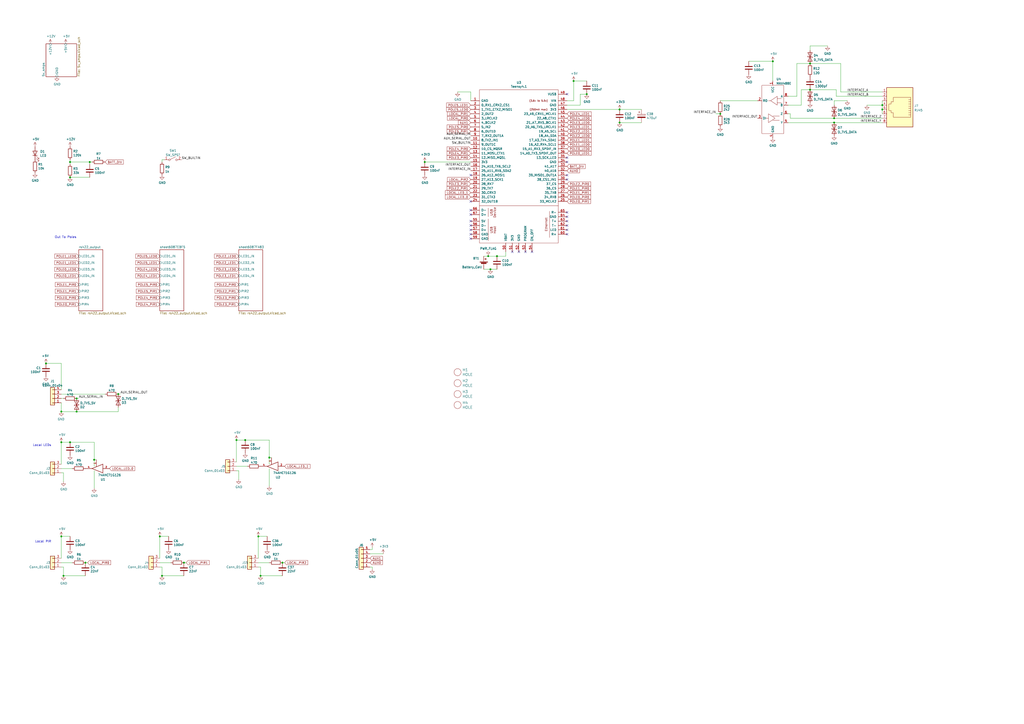
<source format=kicad_sch>
(kicad_sch (version 20230121) (generator eeschema)
  (paper "A2")
  (junction (at 163.83 326.39))
  (junction (at 359.41 71.12))
  (junction (at 469.9 52.07))
  (junction (at 68.58 228.6))
  (junction (at 44.45 231.14))
  (junction (at 483.87 68.58))
  (junction (at 511.81 63.5))
  (junction (at 288.29 148.59))
  (junction (at 483.87 71.12))
  (junction (at 156.21 265.43))
  (junction (at 40.64 102.87))
  (junction (at 93.98 334.01))
  (junction (at 511.81 60.96))
  (junction (at 359.41 63.5))
  (junction (at 40.64 93.98))
  (junction (at 54.61 266.7))
  (junction (at 52.07 93.98))
  (junction (at 448.31 35.56))
  (junction (at 44.45 238.76))
  (junction (at 149.86 311.15))
  (junction (at 35.56 311.15))
  (junction (at 246.38 93.98))
  (junction (at 35.56 256.54))
  (junction (at 151.13 334.01))
  (junction (at 36.83 334.01))
  (junction (at 340.36 54.61))
  (junction (at 49.53 326.39))
  (junction (at 106.68 326.39))
  (junction (at 92.71 311.15))
  (junction (at 332.74 46.99))
  (junction (at 35.56 238.76))
  (junction (at 283.21 148.59))
  (junction (at 40.64 256.54))
  (junction (at 284.48 156.21))
  (junction (at 137.16 255.27))
  (junction (at 26.67 210.82))
  (junction (at 142.24 255.27))
  (junction (at 417.83 66.04))
  (junction (at 469.9 36.83))
  (no_connect (at 273.05 121.92))
  (no_connect (at 328.93 130.81))
  (no_connect (at 328.93 101.6))
  (no_connect (at 328.93 91.44))
  (no_connect (at 273.05 124.46))
  (no_connect (at 273.05 116.84))
  (no_connect (at 328.93 125.73))
  (no_connect (at 328.93 135.89))
  (no_connect (at 273.05 135.89))
  (no_connect (at 328.93 93.98))
  (no_connect (at 300.99 146.05))
  (no_connect (at 273.05 138.43))
  (no_connect (at 273.05 133.35))
  (no_connect (at 328.93 104.14))
  (no_connect (at 328.93 128.27))
  (no_connect (at 308.61 146.05))
  (no_connect (at 273.05 128.27))
  (no_connect (at 273.05 101.6))
  (no_connect (at 328.93 54.61))
  (no_connect (at 328.93 123.19))
  (no_connect (at 273.05 130.81))
  (no_connect (at 297.18 146.05))
  (no_connect (at 328.93 133.35))
  (no_connect (at 304.8 146.05))
  (wire (pts (xy 284.48 156.21) (xy 288.29 156.21)))
  (wire (pts (xy 483.87 58.42) (xy 483.87 60.96)))
  (wire (pts (xy 40.64 256.54) (xy 35.56 256.54)))
  (wire (pts (xy 68.58 236.22) (xy 68.58 238.76)))
  (wire (pts (xy 511.81 60.96) (xy 511.81 63.5)))
  (wire (pts (xy 483.87 68.58) (xy 458.47 68.58)))
  (wire (pts (xy 511.81 68.58) (xy 483.87 68.58)))
  (wire (pts (xy 97.79 311.15) (xy 92.71 311.15)))
  (wire (pts (xy 156.21 281.94) (xy 156.21 271.78)))
  (wire (pts (xy 328.93 58.42) (xy 332.74 58.42)))
  (wire (pts (xy 50.8 326.39) (xy 49.53 326.39)))
  (wire (pts (xy 107.95 326.39) (xy 106.68 326.39)))
  (wire (pts (xy 40.64 93.98) (xy 40.64 95.25)))
  (wire (pts (xy 93.98 93.98) (xy 93.98 92.71)))
  (wire (pts (xy 293.37 146.05) (xy 293.37 148.59)))
  (wire (pts (xy 149.86 311.15) (xy 149.86 323.85)))
  (wire (pts (xy 156.21 255.27) (xy 156.21 265.43)))
  (wire (pts (xy 40.64 256.54) (xy 54.61 256.54)))
  (wire (pts (xy 142.24 255.27) (xy 156.21 255.27)))
  (wire (pts (xy 36.83 274.32) (xy 35.56 274.32)))
  (wire (pts (xy 35.56 326.39) (xy 41.91 326.39)))
  (wire (pts (xy 336.55 54.61) (xy 340.36 54.61)))
  (wire (pts (xy 458.47 66.04) (xy 457.2 66.04)))
  (wire (pts (xy 40.64 93.98) (xy 52.07 93.98)))
  (wire (pts (xy 485.14 55.88) (xy 511.81 55.88)))
  (wire (pts (xy 469.9 26.67) (xy 469.9 29.21)))
  (wire (pts (xy 340.36 46.99) (xy 332.74 46.99)))
  (wire (pts (xy 138.43 278.13) (xy 138.43 273.05)))
  (wire (pts (xy 68.58 228.6) (xy 69.85 228.6)))
  (wire (pts (xy 93.98 334.01) (xy 93.98 328.93)))
  (wire (pts (xy 448.31 35.56) (xy 448.31 46.99)))
  (wire (pts (xy 502.92 60.96) (xy 511.81 60.96)))
  (wire (pts (xy 154.94 311.15) (xy 149.86 311.15)))
  (wire (pts (xy 35.56 238.76) (xy 44.45 238.76)))
  (wire (pts (xy 157.48 265.43) (xy 156.21 265.43)))
  (wire (pts (xy 93.98 328.93) (xy 92.71 328.93)))
  (wire (pts (xy 151.13 328.93) (xy 149.86 328.93)))
  (wire (pts (xy 332.74 58.42) (xy 332.74 46.99)))
  (wire (pts (xy 469.9 36.83) (xy 487.68 36.83)))
  (wire (pts (xy 246.38 93.98) (xy 273.05 93.98)))
  (wire (pts (xy 328.93 60.96) (xy 336.55 60.96)))
  (wire (pts (xy 40.64 92.71) (xy 40.64 93.98)))
  (wire (pts (xy 40.64 102.87) (xy 52.07 102.87)))
  (wire (pts (xy 55.88 266.7) (xy 54.61 266.7)))
  (wire (pts (xy 40.64 311.15) (xy 35.56 311.15)))
  (wire (pts (xy 265.43 53.34) (xy 273.05 53.34)))
  (wire (pts (xy 149.86 326.39) (xy 156.21 326.39)))
  (wire (pts (xy 511.81 63.5) (xy 511.81 66.04)))
  (wire (pts (xy 469.9 52.07) (xy 485.14 52.07)))
  (wire (pts (xy 138.43 273.05) (xy 137.16 273.05)))
  (wire (pts (xy 151.13 334.01) (xy 163.83 334.01)))
  (wire (pts (xy 280.67 156.21) (xy 284.48 156.21)))
  (wire (pts (xy 215.9 318.77) (xy 214.63 318.77)))
  (wire (pts (xy 457.2 71.12) (xy 483.87 71.12)))
  (wire (pts (xy 156.21 265.43) (xy 156.21 269.24)))
  (wire (pts (xy 215.9 330.2) (xy 215.9 328.93)))
  (wire (pts (xy 54.61 283.21) (xy 54.61 273.05)))
  (wire (pts (xy 44.45 231.14) (xy 45.72 231.14)))
  (wire (pts (xy 35.56 256.54) (xy 35.56 269.24)))
  (wire (pts (xy 44.45 238.76) (xy 68.58 238.76)))
  (wire (pts (xy 480.06 26.67) (xy 469.9 26.67)))
  (wire (pts (xy 359.41 71.12) (xy 372.11 71.12)))
  (wire (pts (xy 35.56 233.68) (xy 35.56 238.76)))
  (wire (pts (xy 469.9 52.07) (xy 464.82 52.07)))
  (wire (pts (xy 35.56 311.15) (xy 35.56 323.85)))
  (wire (pts (xy 511.81 58.42) (xy 511.81 60.96)))
  (wire (pts (xy 137.16 255.27) (xy 137.16 267.97)))
  (wire (pts (xy 415.29 66.04) (xy 417.83 66.04)))
  (wire (pts (xy 462.28 36.83) (xy 469.9 36.83)))
  (wire (pts (xy 151.13 334.01) (xy 151.13 328.93)))
  (wire (pts (xy 165.1 326.39) (xy 163.83 326.39)))
  (wire (pts (xy 35.56 231.14) (xy 36.83 231.14)))
  (wire (pts (xy 92.71 311.15) (xy 92.71 323.85)))
  (wire (pts (xy 464.82 60.96) (xy 457.2 60.96)))
  (wire (pts (xy 458.47 68.58) (xy 458.47 66.04)))
  (wire (pts (xy 36.83 334.01) (xy 49.53 334.01)))
  (wire (pts (xy 54.61 266.7) (xy 54.61 270.51)))
  (wire (pts (xy 293.37 148.59) (xy 288.29 148.59)))
  (wire (pts (xy 92.71 326.39) (xy 99.06 326.39)))
  (wire (pts (xy 280.67 148.59) (xy 283.21 148.59)))
  (wire (pts (xy 35.56 210.82) (xy 35.56 226.06)))
  (wire (pts (xy 434.34 35.56) (xy 448.31 35.56)))
  (wire (pts (xy 52.07 93.98) (xy 53.34 93.98)))
  (wire (pts (xy 328.93 63.5) (xy 359.41 63.5)))
  (wire (pts (xy 273.05 53.34) (xy 273.05 58.42)))
  (wire (pts (xy 36.83 279.4) (xy 36.83 274.32)))
  (wire (pts (xy 336.55 60.96) (xy 336.55 54.61)))
  (wire (pts (xy 417.83 58.42) (xy 439.42 58.42)))
  (wire (pts (xy 36.83 328.93) (xy 35.56 328.93)))
  (wire (pts (xy 485.14 52.07) (xy 485.14 55.88)))
  (wire (pts (xy 462.28 55.88) (xy 462.28 36.83)))
  (wire (pts (xy 52.07 93.98) (xy 52.07 95.25)))
  (wire (pts (xy 222.25 321.31) (xy 214.63 321.31)))
  (wire (pts (xy 142.24 255.27) (xy 137.16 255.27)))
  (wire (pts (xy 35.56 228.6) (xy 60.96 228.6)))
  (wire (pts (xy 93.98 334.01) (xy 106.68 334.01)))
  (wire (pts (xy 511.81 53.34) (xy 487.68 53.34)))
  (wire (pts (xy 54.61 256.54) (xy 54.61 266.7)))
  (wire (pts (xy 215.9 328.93) (xy 214.63 328.93)))
  (wire (pts (xy 457.2 55.88) (xy 462.28 55.88)))
  (wire (pts (xy 464.82 52.07) (xy 464.82 60.96)))
  (wire (pts (xy 483.87 71.12) (xy 511.81 71.12)))
  (wire (pts (xy 359.41 63.5) (xy 372.11 63.5)))
  (wire (pts (xy 215.9 317.5) (xy 215.9 318.77)))
  (wire (pts (xy 26.67 210.82) (xy 35.56 210.82)))
  (wire (pts (xy 35.56 271.78) (xy 41.91 271.78)))
  (wire (pts (xy 137.16 270.51) (xy 143.51 270.51)))
  (wire (pts (xy 487.68 53.34) (xy 487.68 36.83)))
  (wire (pts (xy 93.98 92.71) (xy 95.25 92.71)))
  (wire (pts (xy 491.49 58.42) (xy 483.87 58.42)))
  (wire (pts (xy 36.83 334.01) (xy 36.83 328.93)))
  (wire (pts (xy 283.21 148.59) (xy 288.29 148.59)))
  (text "Local LEDs" (at 19.05 259.08 0) (effects (font (size 1.27 1.27)) (justify left bottom)))
  (text "Out To Poles" (at 31.75 138.43 0) (effects (font (size 1.27 1.27)) (justify left bottom)))
  (text "Local PIR" (at 20.32 314.96 0) (effects (font (size 1.27 1.27)) (justify left bottom)))
  (label "INTERFACE_Z" (at 499.11 68.58 0))
  (label "AUX_SERIAL_OUT" (at 273.05 81.28 180))
  (label "SW_BUILTIN" (at 105.41 92.71 0))
  (label "INTERFACE_OUT" (at 273.05 96.52 180))
  (label "AUX_SERIAL_IN" (at 273.05 78.74 180))
  (label "SW_BUILTIN" (at 273.05 83.82 180))
  (label "INTERFACE_OUT" (at 439.42 68.58 180))
  (label "INTERFACE_B" (at 491.49 55.88 0))
  (label "AUX_SERIAL_OUT" (at 69.85 228.6 0))
  (label "INTERFACE_IN" (at 273.05 99.06 180))
  (label "INTERFACE_Y" (at 499.11 71.12 0))
  (label "INTERFACE_IN" (at 415.29 66.04 180))
  (label "AUX_SERIAL_IN" (at 45.72 231.14 0))
  (label "INTERFACE_A" (at 491.49 53.34 0))
  (global_label "AUX0" (shape input) (at 328.93 99.06 0) (property "Intersheetrefs" "${INTERSHEET_REFS}" (effects hide)))
  (global_label "POLE5_PIR1" (shape input) (at 92.71 168.91 180) (property "Intersheetrefs" "${INTERSHEET_REFS}" (effects hide)))
  (global_label "POLE0_PIR0" (shape input) (at 45.72 172.72 180) (property "Intersheetrefs" "${INTERSHEET_REFS}" (effects hide)))
  (global_label "POLE3_PIR1" (shape input) (at 273.05 106.68 180) (property "Intersheetrefs" "${INTERSHEET_REFS}" (effects hide)))
  (global_label "AUX1" (shape input) (at 214.63 323.85 0) (property "Intersheetrefs" "${INTERSHEET_REFS}" (effects hide)))
  (global_label "POLE5_LED1" (shape input) (at 273.05 60.96 180) (property "Intersheetrefs" "${INTERSHEET_REFS}" (effects hide)))
  (global_label "POLE2_LED1" (shape input) (at 138.43 152.4 180) (property "Intersheetrefs" "${INTERSHEET_REFS}" (effects hide)))
  (global_label "POLE4_LED0" (shape input) (at 92.71 156.21 180) (property "Intersheetrefs" "${INTERSHEET_REFS}" (effects hide)))
  (global_label "POLE3_LED1" (shape input) (at 138.43 160.02 180) (property "Intersheetrefs" "${INTERSHEET_REFS}" (effects hide)))
  (global_label "POLE2_LED0" (shape input) (at 328.93 78.74 0) (property "Intersheetrefs" "${INTERSHEET_REFS}" (effects hide)))
  (global_label "POLE1_LED0" (shape input) (at 328.93 83.82 0) (property "Intersheetrefs" "${INTERSHEET_REFS}" (effects hide)))
  (global_label "POLE4_LED1" (shape input) (at 92.71 160.02 180) (property "Intersheetrefs" "${INTERSHEET_REFS}" (effects hide)))
  (global_label "POLE4_LED0" (shape input) (at 328.93 68.58 0) (property "Intersheetrefs" "${INTERSHEET_REFS}" (effects hide)))
  (global_label "POLE1_LED1" (shape input) (at 328.93 81.28 0) (property "Intersheetrefs" "${INTERSHEET_REFS}" (effects hide)))
  (global_label "LOCAL_PIR2" (shape input) (at 273.05 104.14 180) (property "Intersheetrefs" "${INTERSHEET_REFS}" (effects hide)))
  (global_label "POLE0_LED1" (shape input) (at 328.93 88.9 0) (property "Intersheetrefs" "${INTERSHEET_REFS}" (effects hide)))
  (global_label "POLE5_PIR1" (shape input) (at 273.05 76.2 180) (property "Intersheetrefs" "${INTERSHEET_REFS}" (effects hide)))
  (global_label "POLE5_LED1" (shape input) (at 92.71 152.4 180) (property "Intersheetrefs" "${INTERSHEET_REFS}" (effects hide)))
  (global_label "POLE3_PIR0" (shape input) (at 273.05 91.44 180) (property "Intersheetrefs" "${INTERSHEET_REFS}" (effects hide)))
  (global_label "POLE2_PIR0" (shape input) (at 328.93 106.68 0) (property "Intersheetrefs" "${INTERSHEET_REFS}" (effects hide)))
  (global_label "POLE1_LED0" (shape input) (at 45.72 148.59 180) (property "Intersheetrefs" "${INTERSHEET_REFS}" (effects hide)))
  (global_label "POLE4_LED1" (shape input) (at 328.93 66.04 0) (property "Intersheetrefs" "${INTERSHEET_REFS}" (effects hide)))
  (global_label "POLE1_LED1" (shape input) (at 45.72 152.4 180) (property "Intersheetrefs" "${INTERSHEET_REFS}" (effects hide)))
  (global_label "POLE2_PIR0" (shape input) (at 138.43 165.1 180) (property "Intersheetrefs" "${INTERSHEET_REFS}" (effects hide)))
  (global_label "LOCAL_PIR1" (shape input) (at 107.95 326.39 0) (property "Intersheetrefs" "${INTERSHEET_REFS}" (effects hide)))
  (global_label "POLE0_LED1" (shape input) (at 45.72 160.02 180) (property "Intersheetrefs" "${INTERSHEET_REFS}" (effects hide)))
  (global_label "POLE1_PIR1" (shape input) (at 45.72 168.91 180) (property "Intersheetrefs" "${INTERSHEET_REFS}" (effects hide)))
  (global_label "POLE4_PIR0" (shape input) (at 273.05 86.36 180) (property "Intersheetrefs" "${INTERSHEET_REFS}" (effects hide)))
  (global_label "POLE0_PIR0" (shape input) (at 328.93 114.3 0) (property "Intersheetrefs" "${INTERSHEET_REFS}" (effects hide)))
  (global_label "LOCAL_LED_1" (shape input) (at 273.05 111.76 180) (property "Intersheetrefs" "${INTERSHEET_REFS}" (effects hide)))
  (global_label "POLE0_PIR1" (shape input) (at 45.72 176.53 180) (property "Intersheetrefs" "${INTERSHEET_REFS}" (effects hide)))
  (global_label "POLE4_PIR0" (shape input) (at 92.71 172.72 180) (property "Intersheetrefs" "${INTERSHEET_REFS}" (effects hide)))
  (global_label "POLE4_PIR1" (shape input) (at 92.71 176.53 180) (property "Intersheetrefs" "${INTERSHEET_REFS}" (effects hide)))
  (global_label "POLE1_PIR1" (shape input) (at 328.93 111.76 0) (property "Intersheetrefs" "${INTERSHEET_REFS}" (effects hide)))
  (global_label "POLE2_LED1" (shape input) (at 328.93 76.2 0) (property "Intersheetrefs" "${INTERSHEET_REFS}" (effects hide)))
  (global_label "LOCAL_PIR0" (shape input) (at 50.8 326.39 0) (property "Intersheetrefs" "${INTERSHEET_REFS}" (effects hide)))
  (global_label "AUX1" (shape input) (at 273.05 71.12 180) (property "Intersheetrefs" "${INTERSHEET_REFS}" (effects hide)))
  (global_label "POLE1_PIR0" (shape input) (at 328.93 109.22 0) (property "Intersheetrefs" "${INTERSHEET_REFS}" (effects hide)))
  (global_label "POLE5_PIR0" (shape input) (at 92.71 165.1 180) (property "Intersheetrefs" "${INTERSHEET_REFS}" (effects hide)))
  (global_label "LOCAL_PIR1" (shape input) (at 273.05 66.04 180) (property "Intersheetrefs" "${INTERSHEET_REFS}" (effects hide)))
  (global_label "BATT_DIV" (shape input) (at 328.93 96.52 0) (property "Intersheetrefs" "${INTERSHEET_REFS}" (effects hide)))
  (global_label "POLE0_PIR1" (shape input) (at 328.93 116.84 0) (property "Intersheetrefs" "${INTERSHEET_REFS}" (effects hide)))
  (global_label "POLE3_PIR0" (shape input) (at 138.43 172.72 180) (property "Intersheetrefs" "${INTERSHEET_REFS}" (effects hide)))
  (global_label "POLE0_LED0" (shape input) (at 45.72 156.21 180) (property "Intersheetrefs" "${INTERSHEET_REFS}" (effects hide)))
  (global_label "BATT_DIV" (shape input) (at 60.96 93.98 0) (property "Intersheetrefs" "${INTERSHEET_REFS}" (effects hide)))
  (global_label "LOCAL_PIR2" (shape input) (at 165.1 326.39 0) (property "Intersheetrefs" "${INTERSHEET_REFS}" (effects hide)))
  (global_label "POLE5_PIR0" (shape input) (at 273.05 73.66 180) (property "Intersheetrefs" "${INTERSHEET_REFS}" (effects hide)))
  (global_label "LOCAL_PIR0" (shape input) (at 273.05 68.58 180) (property "Intersheetrefs" "${INTERSHEET_REFS}" (effects hide)))
  (global_label "LOCAL_LED_0" (shape input) (at 63.5 271.78 0) (property "Intersheetrefs" "${INTERSHEET_REFS}" (effects hide)))
  (global_label "POLE3_LED1" (shape input) (at 328.93 73.66 0) (property "Intersheetrefs" "${INTERSHEET_REFS}" (effects hide)))
  (global_label "POLE2_PIR1" (shape input) (at 273.05 109.22 180) (property "Intersheetrefs" "${INTERSHEET_REFS}" (effects hide)))
  (global_label "POLE2_PIR1" (shape input) (at 138.43 168.91 180) (property "Intersheetrefs" "${INTERSHEET_REFS}" (effects hide)))
  (global_label "POLE5_LED0" (shape input) (at 273.05 63.5 180) (property "Intersheetrefs" "${INTERSHEET_REFS}" (effects hide)))
  (global_label "POLE0_LED0" (shape input) (at 328.93 86.36 0) (property "Intersheetrefs" "${INTERSHEET_REFS}" (effects hide)))
  (global_label "LOCAL_LED_1" (shape input) (at 165.1 270.51 0) (property "Intersheetrefs" "${INTERSHEET_REFS}" (effects hide)))
  (global_label "LOCAL_LED_0" (shape input) (at 273.05 114.3 180) (property "Intersheetrefs" "${INTERSHEET_REFS}" (effects hide)))
  (global_label "POLE3_LED0" (shape input) (at 138.43 156.21 180) (property "Intersheetrefs" "${INTERSHEET_REFS}" (effects hide)))
  (global_label "POLE5_LED0" (shape input) (at 92.71 148.59 180) (property "Intersheetrefs" "${INTERSHEET_REFS}" (effects hide)))
  (global_label "AUX0" (shape input) (at 214.63 326.39 0) (property "Intersheetrefs" "${INTERSHEET_REFS}" (effects hide)))
  (global_label "POLE3_LED0" (shape input) (at 328.93 71.12 0) (property "Intersheetrefs" "${INTERSHEET_REFS}" (effects hide)))
  (global_label "POLE4_PIR1" (shape input) (at 273.05 88.9 180) (property "Intersheetrefs" "${INTERSHEET_REFS}" (effects hide)))
  (global_label "POLE3_PIR1" (shape input) (at 138.43 176.53 180) (property "Intersheetrefs" "${INTERSHEET_REFS}" (effects hide)))
  (global_label "POLE2_LED0" (shape input) (at 138.43 148.59 180) (property "Intersheetrefs" "${INTERSHEET_REFS}" (effects hide)))
  (global_label "POLE1_PIR0" (shape input) (at 45.72 165.1 180) (property "Intersheetrefs" "${INTERSHEET_REFS}" (effects hide)))
  (symbol (lib_id "power:+5V") (at 20.32 85.09 0) (unit 1)
    (property "Reference" "#PWR01" (effects hide))
    (property "Value" "+5V" (at 20.701 80.6958 0))
  )
  (symbol (lib_id "Device:LED") (at 20.32 88.9 90) (unit 1)
    (property "Reference" "D1" (at 23.2918 87.9094 90) (effects (justify right)))
    (property "Value" "LED" (at 23.2918 90.2208 90) (effects (justify right)))
    (property "Footprint" "LED_SMD:LED_0603_1608Metric" (effects hide))
    (property "MPN" "150060RS75000" (effects hide))
    (property "LCSC" "C2286" (effects hide))
  )
  (symbol (lib_id "Device:R") (at 20.32 96.52 0) (unit 1)
    (property "Reference" "R1" (at 22.098 95.3516 0) (effects (justify left)))
    (property "Value" "10k" (at 22.098 97.663 0) (effects (justify left)))
    (property "Footprint" "Resistor_SMD:R_0603_1608Metric" (effects hide))
    (property "LCSC" "C25804" (effects hide))
  )
  (symbol (lib_id "power:GND") (at 20.32 100.33 0) (unit 1)
    (property "Reference" "#PWR02" (effects hide))
    (property "Value" "GND" (at 20.447 104.7242 0))
  )
  (symbol (lib_id "power:+5V") (at 332.74 46.99 0) (unit 1)
    (property "Reference" "#PWR033" (effects hide))
    (property "Value" "+5V" (at 333.121 42.5958 0))
  )
  (symbol (lib_id "power:GND") (at 340.36 54.61 0) (unit 1)
    (property "Reference" "#PWR034" (effects hide))
    (property "Value" "GND" (at 340.487 59.0042 0))
  )
  (symbol (lib_id "colordance-brain-rescue:Teensy4.1-teensy_library") (at 300.99 113.03 0) (unit 1)
    (property "Reference" "U3" (at 300.99 47.879 0))
    (property "Value" "Teensy4.1" (at 300.99 50.1904 0))
    (property "Footprint" "Homebrew:Teensy41_stripped" (effects hide))
    (property "MPN" "PPPC241LFBN-RC" (effects hide))
  )
  (symbol (lib_id "power:GND") (at 265.43 53.34 0) (unit 1)
    (property "Reference" "#PWR031" (effects hide))
    (property "Value" "GND" (at 265.557 57.7342 0))
  )
  (symbol (lib_id "Device:C") (at 340.36 50.8 0) (unit 1)
    (property "Reference" "C11" (at 343.281 49.6316 0) (effects (justify left)))
    (property "Value" "100nF" (at 343.281 51.943 0) (effects (justify left)))
    (property "Footprint" "Capacitor_SMD:C_0402_1005Metric" (effects hide))
    (property "LCSC" "C307331" (effects hide))
  )
  (symbol (lib_id "Device:R") (at 40.64 88.9 0) (unit 1)
    (property "Reference" "R2" (at 42.418 87.7316 0) (effects (justify left)))
    (property "Value" "120k" (at 42.418 90.043 0) (effects (justify left)))
    (property "Footprint" "Resistor_SMD:R_0603_1608Metric" (effects hide))
    (property "MPN" "RG2012P-125-B-T5" (effects hide))
    (property "LCSC" "C25808" (effects hide))
  )
  (symbol (lib_id "Device:R") (at 40.64 99.06 0) (unit 1)
    (property "Reference" "R3" (at 42.418 97.8916 0) (effects (justify left)))
    (property "Value" "33k" (at 42.418 100.203 0) (effects (justify left)))
    (property "Footprint" "Resistor_SMD:R_0603_1608Metric" (effects hide))
    (property "MPN" "RT0603BRD07330KL" (effects hide))
    (property "LCSC" "C4216" (effects hide))
  )
  (symbol (lib_id "power:GND") (at 40.64 102.87 0) (unit 1)
    (property "Reference" "#PWR014" (effects hide))
    (property "Value" "GND" (at 40.767 107.2642 0))
  )
  (symbol (lib_id "power:+12V") (at 40.64 85.09 0) (unit 1)
    (property "Reference" "#PWR013" (effects hide))
    (property "Value" "+12V" (at 41.021 80.6958 0))
  )
  (symbol (lib_id "power:GND") (at 215.9 330.2 0) (unit 1)
    (property "Reference" "#PWR027" (effects hide))
    (property "Value" "GND" (at 216.027 334.5942 0))
  )
  (symbol (lib_id "Connector_Generic:Conn_01x05") (at 209.55 323.85 180) (unit 1)
    (property "Reference" "J6" (at 209.55 316.23 0))
    (property "Value" "Conn_01x05" (at 207.01 323.85 90))
    (property "Footprint" "Connector_PinHeader_2.54mm:PinHeader_1x05_P2.54mm_Horizontal" (effects hide))
  )
  (symbol (lib_id "power:+3V3") (at 359.41 63.5 0) (unit 1)
    (property "Reference" "#PWR035" (effects hide))
    (property "Value" "+3V3" (at 359.791 59.1058 0))
  )
  (symbol (lib_id "Device:C") (at 359.41 67.31 0) (unit 1)
    (property "Reference" "C12" (at 362.331 66.1416 0) (effects (justify left)))
    (property "Value" "100nF" (at 362.331 68.453 0) (effects (justify left)))
    (property "Footprint" "Capacitor_SMD:C_0402_1005Metric" (effects hide))
    (property "LCSC" "C307331" (effects hide))
  )
  (symbol (lib_id "power:GND") (at 359.41 71.12 0) (unit 1)
    (property "Reference" "#PWR036" (effects hide))
    (property "Value" "GND" (at 359.537 75.5142 0))
  )
  (symbol (lib_id "Device:Battery_Cell") (at 280.67 153.67 0) (unit 1)
    (property "Reference" "BT1" (at 274.32 149.86 0) (effects (justify left)))
    (property "Value" "Battery_Cell" (at 267.97 154.94 0) (effects (justify left)))
    (property "Footprint" "Battery:BatteryHolder_Keystone_3034_1x20mm" (effects hide))
    (property "MPN" "3034" (effects hide))
  )
  (symbol (lib_id "Device:C") (at 288.29 152.4 0) (unit 1)
    (property "Reference" "C10" (at 291.211 151.2316 0) (effects (justify left)))
    (property "Value" "100nF" (at 291.211 153.543 0) (effects (justify left)))
    (property "Footprint" "Capacitor_SMD:C_0402_1005Metric" (effects hide))
    (property "LCSC" "C307331" (effects hide))
  )
  (symbol (lib_id "power:GND") (at 284.48 156.21 0) (unit 1)
    (property "Reference" "#PWR032" (effects hide))
    (property "Value" "GND" (at 284.607 160.6042 0))
  )
  (symbol (lib_id "Connector_Generic:Conn_01x03") (at 30.48 271.78 180) (unit 1)
    (property "Reference" "J2" (at 27.94 271.78 0))
    (property "Value" "Conn_01x03" (at 22.86 274.32 0))
    (property "Footprint" "Connector_PinHeader_2.54mm:PinHeader_1x03_P2.54mm_Horizontal" (effects hide))
    (property "MPN" "78208-103HLF" (effects hide))
  )
  (symbol (lib_id "power:GND") (at 36.83 279.4 0) (unit 1)
    (property "Reference" "#PWR010" (effects hide))
    (property "Value" "GND" (at 36.957 283.7942 0))
  )
  (symbol (lib_id "power:+5V") (at 215.9 317.5 0) (unit 1)
    (property "Reference" "#PWR026" (effects hide))
    (property "Value" "+5V" (at 216.281 313.1058 0))
  )
  (symbol (lib_id "power:+3V3") (at 222.25 321.31 0) (unit 1)
    (property "Reference" "#PWR028" (effects hide))
    (property "Value" "+3V3" (at 222.631 316.9158 0))
  )
  (symbol (lib_id "Connector_Generic:Conn_01x03") (at 132.08 270.51 180) (unit 1)
    (property "Reference" "J5" (at 129.54 270.51 0))
    (property "Value" "Conn_01x03" (at 124.46 273.05 0))
    (property "Footprint" "Connector_PinHeader_2.54mm:PinHeader_1x03_P2.54mm_Horizontal" (effects hide))
    (property "MPN" "78208-103HLF" (effects hide))
  )
  (symbol (lib_id "Connector_Generic:Conn_01x03") (at 30.48 326.39 180) (unit 1)
    (property "Reference" "J3" (at 27.94 326.39 0))
    (property "Value" "Conn_01x03" (at 22.86 328.93 0))
    (property "Footprint" "Connector_PinHeader_2.54mm:PinHeader_1x03_P2.54mm_Horizontal" (effects hide))
    (property "MPN" "78208-103HLF" (effects hide))
  )
  (symbol (lib_id "Connector_Generic:Conn_01x03") (at 87.63 326.39 180) (unit 1)
    (property "Reference" "J4" (at 85.09 326.39 0))
    (property "Value" "Conn_01x03" (at 80.01 328.93 0))
    (property "Footprint" "Connector_PinHeader_2.54mm:PinHeader_1x03_P2.54mm_Horizontal" (effects hide))
    (property "MPN" "78208-103HLF" (effects hide))
  )
  (symbol (lib_id "power:+5V") (at 35.56 256.54 0) (unit 1)
    (property "Reference" "#PWR08" (effects hide))
    (property "Value" "+5V" (at 35.941 252.1458 0))
  )
  (symbol (lib_id "Device:C") (at 40.64 260.35 0) (unit 1)
    (property "Reference" "C2" (at 43.561 259.1816 0) (effects (justify left)))
    (property "Value" "100nF" (at 43.561 261.493 0) (effects (justify left)))
    (property "Footprint" "Capacitor_SMD:C_0402_1005Metric" (effects hide))
    (property "LCSC" "C307331" (effects hide))
  )
  (symbol (lib_id "power:GND") (at 40.64 264.16 0) (unit 1)
    (property "Reference" "#PWR015" (effects hide))
    (property "Value" "GND" (at 40.767 268.5542 0))
  )
  (symbol (lib_id "power:GND") (at 138.43 278.13 0) (unit 1)
    (property "Reference" "#PWR023" (effects hide))
    (property "Value" "GND" (at 138.557 282.5242 0))
  )
  (symbol (lib_id "power:+5V") (at 137.16 255.27 0) (unit 1)
    (property "Reference" "#PWR022" (effects hide))
    (property "Value" "+5V" (at 137.541 250.8758 0))
  )
  (symbol (lib_id "Device:C") (at 142.24 259.08 0) (unit 1)
    (property "Reference" "C8" (at 145.161 257.9116 0) (effects (justify left)))
    (property "Value" "100nF" (at 145.161 260.223 0) (effects (justify left)))
    (property "Footprint" "Capacitor_SMD:C_0402_1005Metric" (effects hide))
    (property "LCSC" "C307331" (effects hide))
  )
  (symbol (lib_id "power:GND") (at 142.24 262.89 0) (unit 1)
    (property "Reference" "#PWR024" (effects hide))
    (property "Value" "GND" (at 142.367 267.2842 0))
  )
  (symbol (lib_id "Homebrew:HOLE") (at 265.43 215.9 0) (unit 1)
    (property "Reference" "H1" (at 268.1986 214.5538 0) (effects (font (size 1.524 1.524)) (justify left)))
    (property "Value" "HOLE" (at 268.1986 217.2462 0) (effects (font (size 1.524 1.524)) (justify left)))
    (property "Footprint" "Homebrew:HOLE_5MM_#8" (effects hide))
  )
  (symbol (lib_id "Homebrew:HOLE") (at 265.43 222.25 0) (unit 1)
    (property "Reference" "H2" (at 268.1986 220.9038 0) (effects (font (size 1.524 1.524)) (justify left)))
    (property "Value" "HOLE" (at 268.1986 223.5962 0) (effects (font (size 1.524 1.524)) (justify left)))
    (property "Footprint" "Homebrew:HOLE_5MM_#8" (effects hide))
  )
  (symbol (lib_id "Homebrew:HOLE") (at 265.43 228.6 0) (unit 1)
    (property "Reference" "H3" (at 268.1986 227.2538 0) (effects (font (size 1.524 1.524)) (justify left)))
    (property "Value" "HOLE" (at 268.1986 229.9462 0) (effects (font (size 1.524 1.524)) (justify left)))
    (property "Footprint" "Homebrew:HOLE_5MM_#8" (effects hide))
  )
  (symbol (lib_id "Homebrew:HOLE") (at 265.43 234.95 0) (unit 1)
    (property "Reference" "H4" (at 268.1986 233.6038 0) (effects (font (size 1.524 1.524)) (justify left)))
    (property "Value" "HOLE" (at 268.1986 236.2962 0) (effects (font (size 1.524 1.524)) (justify left)))
    (property "Footprint" "Homebrew:HOLE_5MM_#8" (effects hide))
  )
  (symbol (lib_id "power:GND") (at 36.83 334.01 0) (unit 1)
    (property "Reference" "#PWR011" (effects hide))
    (property "Value" "GND" (at 36.957 338.4042 0))
  )
  (symbol (lib_id "power:+5V") (at 35.56 311.15 0) (unit 1)
    (property "Reference" "#PWR09" (effects hide))
    (property "Value" "+5V" (at 35.941 306.7558 0))
  )
  (symbol (lib_id "Device:C") (at 40.64 314.96 0) (unit 1)
    (property "Reference" "C3" (at 43.561 313.7916 0) (effects (justify left)))
    (property "Value" "100nF" (at 43.561 316.103 0) (effects (justify left)))
    (property "Footprint" "Capacitor_SMD:C_0402_1005Metric" (effects hide))
    (property "LCSC" "C307331" (effects hide))
  )
  (symbol (lib_id "power:GND") (at 40.64 318.77 0) (unit 1)
    (property "Reference" "#PWR016" (effects hide))
    (property "Value" "GND" (at 40.767 323.1642 0))
  )
  (symbol (lib_id "power:GND") (at 93.98 334.01 0) (unit 1)
    (property "Reference" "#PWR020" (effects hide))
    (property "Value" "GND" (at 94.107 338.4042 0))
  )
  (symbol (lib_id "power:+5V") (at 92.71 311.15 0) (unit 1)
    (property "Reference" "#PWR019" (effects hide))
    (property "Value" "+5V" (at 93.091 306.7558 0))
  )
  (symbol (lib_id "Device:C") (at 97.79 314.96 0) (unit 1)
    (property "Reference" "C6" (at 100.711 313.7916 0) (effects (justify left)))
    (property "Value" "100nF" (at 100.711 316.103 0) (effects (justify left)))
    (property "Footprint" "Capacitor_SMD:C_0402_1005Metric" (effects hide))
    (property "LCSC" "C307331" (effects hide))
  )
  (symbol (lib_id "power:GND") (at 97.79 318.77 0) (unit 1)
    (property "Reference" "#PWR021" (effects hide))
    (property "Value" "GND" (at 97.917 323.1642 0))
  )
  (symbol (lib_id "Device:C") (at 52.07 99.06 0) (unit 1)
    (property "Reference" "C5" (at 54.991 97.8916 0) (effects (justify left)))
    (property "Value" "100nF" (at 54.991 100.203 0) (effects (justify left)))
    (property "Footprint" "Capacitor_SMD:C_0402_1005Metric" (effects hide))
    (property "LCSC" "C307331" (effects hide))
  )
  (symbol (lib_id "Device:C") (at 49.53 330.2 0) (unit 1)
    (property "Reference" "C4" (at 52.451 329.0316 0) (effects (justify left)))
    (property "Value" "22nF" (at 52.451 331.343 0) (effects (justify left)))
    (property "Footprint" "Capacitor_SMD:C_0603_1608Metric" (effects hide))
    (property "LCSC" "C21122" (effects hide))
  )
  (symbol (lib_id "Device:C") (at 106.68 330.2 0) (unit 1)
    (property "Reference" "C7" (at 109.601 329.0316 0) (effects (justify left)))
    (property "Value" "22nF" (at 109.601 331.343 0) (effects (justify left)))
    (property "Footprint" "Capacitor_SMD:C_0603_1608Metric" (effects hide))
    (property "LCSC" "C21122" (effects hide))
  )
  (symbol (lib_id "74xGxx:74AHCT1G126") (at 55.88 271.78 0) (mirror y) (unit 1)
    (property "Reference" "U1" (at 59.69 278.13 0))
    (property "Value" "74AHCT1G126" (at 63.5 275.59 0))
    (property "Footprint" "Package_TO_SOT_SMD:SOT-23-5" (effects hide))
    (property "Datasheet" "http://www.ti.com/lit/sg/scyt129e/scyt129e.pdf" (effects hide))
    (property "MPN" "74AHCT1G126SE-7" (effects hide))
    (property "LCSC" "C163712" (effects hide))
  )
  (symbol (lib_id "power:GND") (at 54.61 283.21 0) (unit 1)
    (property "Reference" "#PWR017" (effects hide))
    (property "Value" "GND" (at 54.737 287.6042 0))
  )
  (symbol (lib_id "74xGxx:74AHCT1G126") (at 157.48 270.51 0) (mirror y) (unit 1)
    (property "Reference" "U2" (at 161.29 276.86 0))
    (property "Value" "74AHCT1G126" (at 165.1 274.32 0))
    (property "Footprint" "Package_TO_SOT_SMD:SOT-23-5" (effects hide))
    (property "Datasheet" "http://www.ti.com/lit/sg/scyt129e/scyt129e.pdf" (effects hide))
    (property "MPN" "74AHCT1G126SE-7" (effects hide))
    (property "LCSC" "C163712" (effects hide))
  )
  (symbol (lib_id "power:GND") (at 156.21 281.94 0) (unit 1)
    (property "Reference" "#PWR025" (effects hide))
    (property "Value" "GND" (at 156.337 286.3342 0))
  )
  (symbol (lib_id "power:PWR_FLAG") (at 283.21 148.59 0) (unit 1)
    (property "Reference" "#FLG01" (effects hide))
    (property "Value" "PWR_FLAG" (at 283.21 144.1958 0))
  )
  (symbol (lib_id "power:+5V") (at 38.1 25.4 0) (unit 1)
    (property "Reference" "#PWR012" (effects hide))
    (property "Value" "+5V" (at 38.481 21.0058 0))
  )
  (symbol (lib_id "Device:R") (at 93.98 97.79 0) (mirror y) (unit 1)
    (property "Reference" "R9" (at 95.758 96.9553 0) (effects (justify right)))
    (property "Value" "1k" (at 95.758 99.4922 0) (effects (justify right)))
    (property "Footprint" "Resistor_SMD:R_0603_1608Metric" (effects hide))
    (property "LCSC" "C21190" (effects hide))
  )
  (symbol (lib_id "Device:R") (at 102.87 326.39 270) (mirror x) (unit 1)
    (property "Reference" "R10" (at 102.87 321.6742 90))
    (property "Value" "1k" (at 102.87 324.2111 90))
    (property "Footprint" "Resistor_SMD:R_0603_1608Metric" (effects hide))
    (property "LCSC" "C21190" (effects hide))
  )
  (symbol (lib_id "power:+12V") (at 29.21 25.4 0) (unit 1)
    (property "Reference" "#PWR05" (effects hide))
    (property "Value" "+12V" (at 29.591 21.0058 0))
  )
  (symbol (lib_id "Device:D_TVS") (at 68.58 232.41 270) (mirror x) (unit 1)
    (property "Reference" "D3" (at 70.5866 233.5784 90) (effects (justify left)))
    (property "Value" "D_TVS_5V" (at 70.5866 231.267 90) (effects (justify left)))
    (property "Footprint" "Diode_SMD:D_SMB" (effects hide))
    (property "MPN" "SMBJ6.0CD-M3/H" (effects hide))
    (property "LCSC" "C78395" (effects hide))
  )
  (symbol (lib_id "Device:C") (at 26.67 214.63 0) (mirror y) (unit 1)
    (property "Reference" "C1" (at 23.749 213.4616 0) (effects (justify left)))
    (property "Value" "100nF" (at 23.749 215.773 0) (effects (justify left)))
    (property "Footprint" "Capacitor_SMD:C_0402_1005Metric" (effects hide))
    (property "LCSC" "C307331" (effects hide))
  )
  (symbol (lib_id "Device:C") (at 163.83 330.2 0) (unit 1)
    (property "Reference" "C37" (at 166.751 329.0316 0) (effects (justify left)))
    (property "Value" "22nF" (at 166.751 331.343 0) (effects (justify left)))
    (property "Footprint" "Capacitor_SMD:C_0603_1608Metric" (effects hide))
    (property "LCSC" "C21122" (effects hide))
  )
  (symbol (lib_id "power:GND") (at 469.9 59.69 0) (unit 1)
    (property "Reference" "#PWR040" (effects hide))
    (property "Value" "GND" (at 469.9 64.1334 0))
  )
  (symbol (lib_id "Device:D_TVS") (at 44.45 234.95 270) (mirror x) (unit 1)
    (property "Reference" "D2" (at 46.4566 236.1184 90) (effects (justify left)))
    (property "Value" "D_TVS_5V" (at 46.4566 233.807 90) (effects (justify left)))
    (property "Footprint" "Diode_SMD:D_SMB" (effects hide))
    (property "MPN" "SMBJ6.0CD-M3/H" (effects hide))
    (property "LCSC" "C78395" (effects hide))
  )
  (symbol (lib_id "power:GND") (at 154.94 318.77 0) (unit 1)
    (property "Reference" "#PWR0101" (effects hide))
    (property "Value" "GND" (at 155.067 323.1642 0))
  )
  (symbol (lib_id "Device:R") (at 417.83 62.23 0) (unit 1)
    (property "Reference" "R25" (at 419.608 61.5863 0) (effects (justify left)))
    (property "Value" "2k2" (at 419.608 63.5073 0) (effects (justify left)))
    (property "Footprint" "Resistor_SMD:R_0603_1608Metric" (effects hide))
    (property "LCSC" "C4190" (effects hide))
  )
  (symbol (lib_id "power:GND") (at 33.02 44.45 0) (unit 1)
    (property "Reference" "#PWR06" (effects hide))
    (property "Value" "GND" (at 33.147 48.8442 0))
  )
  (symbol (lib_id "Device:C") (at 154.94 314.96 0) (unit 1)
    (property "Reference" "C36" (at 157.861 313.7916 0) (effects (justify left)))
    (property "Value" "100nF" (at 157.861 316.103 0) (effects (justify left)))
    (property "Footprint" "Capacitor_SMD:C_0402_1005Metric" (effects hide))
    (property "LCSC" "C307331" (effects hide))
  )
  (symbol (lib_id "Device:R") (at 160.02 326.39 270) (mirror x) (unit 1)
    (property "Reference" "R27" (at 160.02 321.6742 90))
    (property "Value" "1k" (at 160.02 324.2111 90))
    (property "Footprint" "Resistor_SMD:R_0603_1608Metric" (effects hide))
    (property "LCSC" "C21190" (effects hide))
  )
  (symbol (lib_id "Device:R") (at 45.72 326.39 270) (mirror x) (unit 1)
    (property "Reference" "R6" (at 45.72 321.6742 90))
    (property "Value" "1k" (at 45.72 324.2111 90))
    (property "Footprint" "Resistor_SMD:R_0603_1608Metric" (effects hide))
    (property "LCSC" "C21190" (effects hide))
  )
  (symbol (lib_id "Device:C") (at 469.9 48.26 0) (unit 1)
    (property "Reference" "C14" (at 472.821 47.4253 0) (effects (justify left)))
    (property "Value" "1300pF" (at 472.821 49.9622 0) (effects (justify left)))
    (property "Footprint" "Capacitor_SMD:C_0603_1608Metric" (effects hide))
    (property "LCSC" "C1595" (effects hide))
  )
  (symbol (lib_id "power:+5V") (at 149.86 311.15 0) (unit 1)
    (property "Reference" "#PWR0102" (effects hide))
    (property "Value" "+5V" (at 150.241 306.7558 0))
  )
  (symbol (lib_id "power:GND") (at 26.67 218.44 0) (mirror y) (unit 1)
    (property "Reference" "#PWR04" (effects hide))
    (property "Value" "GND" (at 26.543 222.8342 0))
  )
  (symbol (lib_id "Device:D_TVS") (at 483.87 74.93 90) (unit 1)
    (property "Reference" "D7" (at 485.902 74.0953 90) (effects (justify right)))
    (property "Value" "D_TVS_DATA" (at 485.902 76.6322 90) (effects (justify right)))
    (property "Footprint" "Diode_SMD:D_SMB" (effects hide))
    (property "MPN" "SMBJ6.0CD-M3/H" (effects hide))
    (property "LCSC" "C78395" (effects hide))
  )
  (symbol (lib_id "Device:R") (at 45.72 271.78 270) (mirror x) (unit 1)
    (property "Reference" "R5" (at 45.72 267.0642 90))
    (property "Value" "470" (at 45.72 269.6011 90))
    (property "Footprint" "Resistor_SMD:R_0603_1608Metric" (effects hide))
    (property "LCSC" "C23179" (effects hide))
  )
  (symbol (lib_id "Device:C") (at 246.38 97.79 0) (unit 1)
    (property "Reference" "C9" (at 249.301 96.6216 0) (effects (justify left)))
    (property "Value" "100nF" (at 249.301 98.933 0) (effects (justify left)))
    (property "Footprint" "Capacitor_SMD:C_0402_1005Metric" (effects hide))
    (property "LCSC" "C307331" (effects hide))
  )
  (symbol (lib_id "Device:R") (at 57.15 93.98 270) (mirror x) (unit 1)
    (property "Reference" "R7" (at 57.15 89.2642 90))
    (property "Value" "1k" (at 57.15 91.8011 90))
    (property "Footprint" "Resistor_SMD:R_0603_1608Metric" (effects hide))
    (property "LCSC" "C21190" (effects hide))
  )
  (symbol (lib_id "power:GND") (at 434.34 43.18 0) (unit 1)
    (property "Reference" "#PWR038" (effects hide))
    (property "Value" "GND" (at 434.34 47.6234 0))
  )
  (symbol (lib_id "Device:R") (at 417.83 69.85 0) (unit 1)
    (property "Reference" "R26" (at 419.608 69.2063 0) (effects (justify left)))
    (property "Value" "3k3" (at 419.608 71.1273 0) (effects (justify left)))
    (property "Footprint" "Resistor_SMD:R_0603_1608Metric" (effects hide))
    (property "LCSC" "C22978" (effects hide))
  )
  (symbol (lib_id "Switch:SW_SPST") (at 100.33 92.71 0) (unit 1)
    (property "Reference" "SW1" (at 100.33 87.3592 0))
    (property "Value" "SW_SPST" (at 100.33 89.8961 0))
    (property "Footprint" "Button_Switch_THT:SW_PUSH_6mm" (effects hide))
  )
  (symbol (lib_id "Connector:RJ45") (at 521.97 60.96 180) (unit 1)
    (property "Reference" "J7" (at 530.352 61.3953 0) (effects (justify right)))
    (property "Value" "RJ45" (at 530.352 63.9322 0) (effects (justify right)))
    (property "Footprint" "Connector_RJ:RJ45_Amphenol_54602-x08_Horizontal" (effects hide))
    (property "MPN" "54601-908WPLF" (effects hide))
  )
  (symbol (lib_id "Device:R") (at 40.64 231.14 270) (mirror x) (unit 1)
    (property "Reference" "R4" (at 40.64 226.4242 90))
    (property "Value" "470" (at 40.64 228.9611 90))
    (property "Footprint" "Resistor_SMD:R_0603_1608Metric" (effects hide))
    (property "LCSC" "C23179" (effects hide))
  )
  (symbol (lib_id "power:GND") (at 417.83 73.66 0) (unit 1)
    (property "Reference" "#PWR096" (effects hide))
    (property "Value" "GND" (at 417.83 78.1034 0))
  )
  (symbol (lib_id "power:GND") (at 151.13 334.01 0) (unit 1)
    (property "Reference" "#PWR0103" (effects hide))
    (property "Value" "GND" (at 151.257 338.4042 0))
  )
  (symbol (lib_id "Connector_Generic:Conn_01x04") (at 30.48 231.14 180) (unit 1)
    (property "Reference" "J1" (at 30.48 221.0902 0))
    (property "Value" "Conn_01x04" (at 30.48 223.6271 0))
    (property "Footprint" "Connector_PinHeader_2.54mm:PinHeader_1x04_P2.54mm_Horizontal" (effects hide))
  )
  (symbol (lib_id "Device:D_TVS") (at 483.87 64.77 90) (unit 1)
    (property "Reference" "D6" (at 485.902 63.9353 90) (effects (justify right)))
    (property "Value" "D_TVS_DATA" (at 485.902 66.4722 90) (effects (justify right)))
    (property "Footprint" "Diode_SMD:D_SMB" (effects hide))
    (property "MPN" "SMBJ6.0CD-M3/H" (effects hide))
    (property "LCSC" "C78395" (effects hide))
  )
  (symbol (lib_id "power:GND") (at 502.92 60.96 0) (unit 1)
    (property "Reference" "#PWR044" (effects hide))
    (property "Value" "GND" (at 502.92 65.4034 0))
  )
  (symbol (lib_id "power:GND") (at 93.98 101.6 0) (unit 1)
    (property "Reference" "#PWR018" (effects hide))
    (property "Value" "GND" (at 94.107 105.9942 0))
  )
  (symbol (lib_id "Device:C") (at 434.34 39.37 0) (unit 1)
    (property "Reference" "C13" (at 437.261 38.2016 0) (effects (justify left)))
    (property "Value" "100nF" (at 437.261 40.513 0) (effects (justify left)))
    (property "Footprint" "Capacitor_SMD:C_0402_1005Metric" (effects hide))
    (property "LCSC" "C307331" (effects hide))
  )
  (symbol (lib_id "Connector_Generic:Conn_01x03") (at 144.78 326.39 180) (unit 1)
    (property "Reference" "J15" (at 142.24 326.39 0))
    (property "Value" "Conn_01x03" (at 137.16 328.93 0))
    (property "Footprint" "Connector_PinHeader_2.54mm:PinHeader_1x03_P2.54mm_Horizontal" (effects hide))
    (property "MPN" "78208-103HLF" (effects hide))
  )
  (symbol (lib_id "Device:CP") (at 372.11 67.31 0) (unit 1)
    (property "Reference" "C38" (at 375.1072 66.1416 0) (effects (justify left)))
    (property "Value" "470uF" (at 375.1072 68.453 0) (effects (justify left)))
    (property "Footprint" "Capacitor_THT:CP_Radial_D10.0mm_P5.00mm" (effects hide))
    (property "MPN" "ESC477M035AH4EA" (effects hide))
  )
  (symbol (lib_id "power:+5V") (at 448.31 35.56 0) (unit 1)
    (property "Reference" "#PWR037" (effects hide))
    (property "Value" "+5V" (at 448.691 31.1658 0))
  )
  (symbol (lib_id "Homebrew:ISL83490") (at 448.31 63.5 0) (unit 1)
    (property "Reference" "U4" (at 450.3294 45.881 0) (effects (justify left)))
    (property "Value" "MAX488E" (at 450.3294 48.4179 0) (effects (justify left)))
    (property "Footprint" "Package_SO:SOIC-8_3.9x4.9mm_P1.27mm" (effects hide))
    (property "Datasheet" "https://www.renesas.com/us/en/document/dst/isl83483-isl83485-isl83488-isl83490-isl83491-datasheet" (effects hide))
    (property "LCSC" "C10919" (effects hide))
  )
  (symbol (lib_id "Device:D_TVS") (at 469.9 55.88 90) (unit 1)
    (property "Reference" "D5" (at 471.932 55.0453 90) (effects (justify right)))
    (property "Value" "D_TVS_DATA" (at 471.932 57.5822 90) (effects (justify right)))
    (property "Footprint" "Diode_SMD:D_SMB" (effects hide))
    (property "MPN" "SMBJ6.0CD-M3/H" (effects hide))
    (property "LCSC" "C78395" (effects hide))
  )
  (symbol (lib_id "power:GND") (at 483.87 78.74 0) (unit 1)
    (property "Reference" "#PWR042" (effects hide))
    (property "Value" "GND" (at 483.87 83.1834 0))
  )
  (symbol (lib_id "power:GND") (at 448.31 80.01 0) (unit 1)
    (property "Reference" "#PWR039" (effects hide))
    (property "Value" "GND" (at 448.31 84.4534 0))
  )
  (symbol (lib_id "Device:R") (at 147.32 270.51 270) (mirror x) (unit 1)
    (property "Reference" "R11" (at 147.32 265.7942 90))
    (property "Value" "470" (at 147.32 268.3311 90))
    (property "Footprint" "Resistor_SMD:R_0603_1608Metric" (effects hide))
    (property "LCSC" "C23179" (effects hide))
  )
  (symbol (lib_id "power:GND") (at 246.38 101.6 0) (unit 1)
    (property "Reference" "#PWR030" (effects hide))
    (property "Value" "GND" (at 246.507 105.9942 0))
  )
  (symbol (lib_id "power:+5V") (at 26.67 210.82 0) (mirror y) (unit 1)
    (property "Reference" "#PWR03" (effects hide))
    (property "Value" "+5V" (at 26.289 206.4258 0))
  )
  (symbol (lib_id "power:+3V3") (at 246.38 93.98 0) (unit 1)
    (property "Reference" "#PWR029" (effects hide))
    (property "Value" "+3V3" (at 246.761 89.5858 0))
  )
  (symbol (lib_id "power:GND") (at 480.06 26.67 0) (unit 1)
    (property "Reference" "#PWR041" (effects hide))
    (property "Value" "GND" (at 480.06 31.1134 0))
  )
  (symbol (lib_id "Device:D_TVS") (at 469.9 33.02 90) (unit 1)
    (property "Reference" "D4" (at 471.932 32.1853 90) (effects (justify right)))
    (property "Value" "D_TVS_DATA" (at 471.932 34.7222 90) (effects (justify right)))
    (property "Footprint" "Diode_SMD:D_SMB" (effects hide))
    (property "MPN" "SMBJ6.0CD-M3/H" (effects hide))
    (property "LCSC" "C78395" (effects hide))
  )
  (symbol (lib_id "Device:R") (at 64.77 228.6 270) (mirror x) (unit 1)
    (property "Reference" "R8" (at 64.77 223.8842 90))
    (property "Value" "470" (at 64.77 226.4211 90))
    (property "Footprint" "Resistor_SMD:R_0603_1608Metric" (effects hide))
    (property "LCSC" "C23179" (effects hide))
  )
  (symbol (lib_id "Device:R") (at 469.9 40.64 0) (unit 1)
    (property "Reference" "R12" (at 471.678 39.8053 0) (effects (justify left)))
    (property "Value" "120" (at 471.678 42.3422 0) (effects (justify left)))
    (property "Footprint" "Resistor_SMD:R_0603_1608Metric" (effects hide))
    (property "LCSC" "C22787" (effects hide))
  )
  (symbol (lib_id "power:GND") (at 35.56 238.76 0) (mirror y) (unit 1)
    (property "Reference" "#PWR07" (effects hide))
    (property "Value" "GND" (at 35.433 243.1542 0))
  )
  (symbol (lib_id "power:GND") (at 491.49 58.42 0) (unit 1)
    (property "Reference" "#PWR043" (effects hide))
    (property "Value" "GND" (at 491.49 62.8634 0))
  )
  (sheet (at 92.71 144.78) (size 13.97 35.56)
    (property "Sheetname" "sheet6087EBF5" (at 92.71 144.0684 0) (effects (justify left bottom)))
    (property "Sheetfile" "rs422_output.kicad_sch" (at 92.71 180.9246 0) (effects (justify left top)))
    (pin "LED1_IN" input (at 92.71 148.59 180))
    (pin "LED2_IN" input (at 92.71 152.4 180))
    (pin "LED3_IN" input (at 92.71 156.21 180))
    (pin "LED4_IN" input (at 92.71 160.02 180))
    (pin "PIR1" input (at 92.71 165.1 180))
    (pin "PIR2" input (at 92.71 168.91 180))
    (pin "PIR3" input (at 92.71 172.72 180))
    (pin "PIR4" input (at 92.71 176.53 180))
  )
  (sheet (at 138.43 144.78) (size 13.97 35.56)
    (property "Sheetname" "sheet6087FA83" (at 138.43 144.0684 0) (effects (justify left bottom)))
    (property "Sheetfile" "rs422_output.kicad_sch" (at 138.43 180.9246 0) (effects (justify left top)))
    (pin "LED1_IN" input (at 138.43 148.59 180))
    (pin "LED2_IN" input (at 138.43 152.4 180))
    (pin "LED3_IN" input (at 138.43 156.21 180))
    (pin "LED4_IN" input (at 138.43 160.02 180))
    (pin "PIR1" input (at 138.43 165.1 180))
    (pin "PIR2" input (at 138.43 168.91 180))
    (pin "PIR3" input (at 138.43 172.72 180))
    (pin "PIR4" input (at 138.43 176.53 180))
  )
  (sheet (at 45.72 144.78) (size 13.97 35.56)
    (property "Sheetname" "rs422_output" (at 45.72 144.0684 0) (effects (justify left bottom)))
    (property "Sheetfile" "rs422_output.kicad_sch" (at 45.72 180.9246 0) (effects (justify left top)))
    (pin "LED1_IN" input (at 45.72 148.59 180))
    (pin "LED2_IN" input (at 45.72 152.4 180))
    (pin "LED3_IN" input (at 45.72 156.21 180))
    (pin "LED4_IN" input (at 45.72 160.02 180))
    (pin "PIR1" input (at 45.72 165.1 180))
    (pin "PIR2" input (at 45.72 168.91 180))
    (pin "PIR3" input (at 45.72 172.72 180))
    (pin "PIR4" input (at 45.72 176.53 180))
  )
  (sheet (at 26.67 25.4) (size 17.78 19.05) (stroke (width 0.1524))
    (property "Sheetname" "5v_smps" (at 25.9584 44.45 90) (effects (justify left bottom)))
    (property "Sheetfile" "5v_smps.kicad_sch" (at 45.0346 44.45 90) (effects (justify left top)))
    (pin "GND" input (at 33.02 44.45 270))
    (pin "+5V" input (at 38.1 25.4 90))
    (pin "+12V" input (at 29.21 25.4 90))
  )
)
</source>
